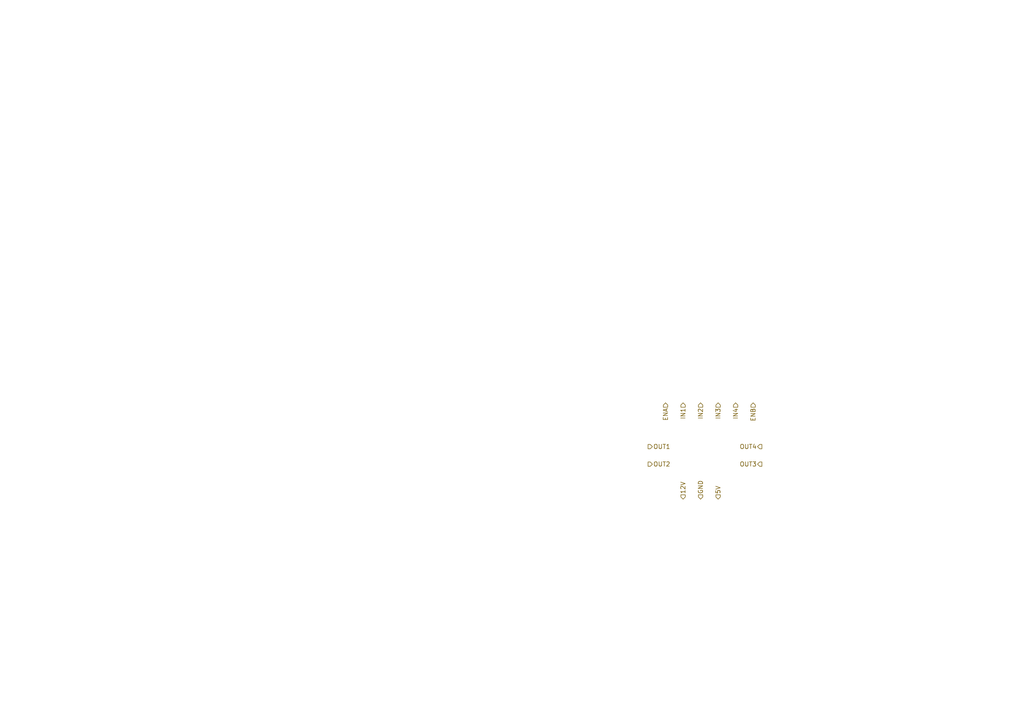
<source format=kicad_sch>
(kicad_sch (version 20230121) (generator eeschema)
  (paper "A4")
  (title_block (title "Team 10: WeMove Robot circuitry") (date "2023-08-07") (rev "v0.1") (company "University of Cape Town") (comment 1 "Author: Cameron Clark"))
  (lib_symbols)
  (hierarchical_label "ENB" (shape input) (at 218.44 116.84 270))
  (hierarchical_label "GND" (shape input) (at 203.2 144.78 90))
  (hierarchical_label "OUT4" (shape output) (at 220.98 129.54 180))
  (hierarchical_label "ENA" (shape input) (at 193.04 116.84 270))
  (hierarchical_label "IN1" (shape input) (at 198.12 116.84 270))
  (hierarchical_label "12V" (shape input) (at 198.12 144.78 90))
  (hierarchical_label "OUT1" (shape output) (at 187.96 129.54 0))
  (hierarchical_label "IN4" (shape input) (at 213.36 116.84 270))
  (hierarchical_label "OUT3" (shape output) (at 220.98 134.62 180))
  (hierarchical_label "IN3" (shape input) (at 208.28 116.84 270))
  (hierarchical_label "OUT2" (shape output) (at 187.96 134.62 0))
  (hierarchical_label "IN2" (shape input) (at 203.2 116.84 270))
  (hierarchical_label "5V" (shape input) (at 208.28 144.78 90))
)
</source>
